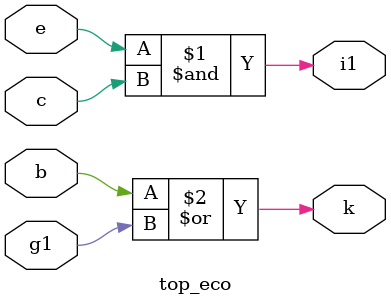
<source format=v>
module top_eco(g1, c, e, b, i1, k);
input g1, c, e, b;
output i1, k;
wire g1, c, e, b, i1, k;
and eco_g0(i1, e, c);
or eco_g1(k, b, g1);
endmodule

</source>
